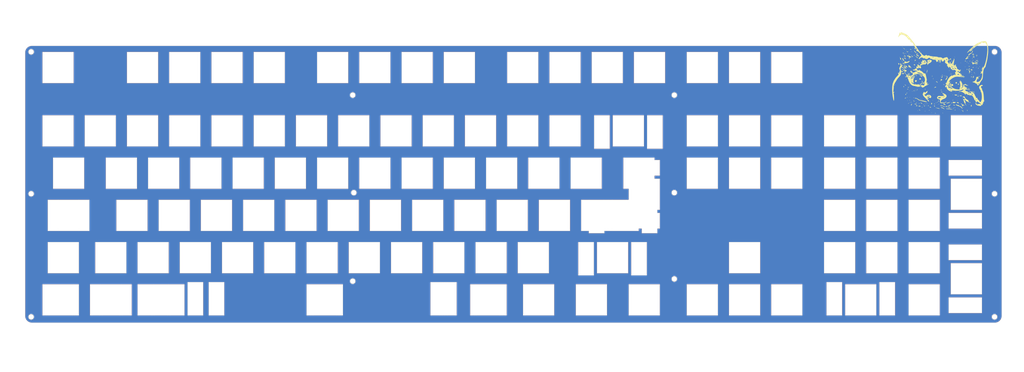
<source format=kicad_pcb>
(kicad_pcb (version 20221018) (generator pcbnew)
  (title_block (date "2021-06-16"))
  (layers (0 "F.Cu" signal) (31 "B.Cu" signal) (34 "B.Paste" user) (35 "F.Paste" user) (36 "B.SilkS" user "B.Silkscreen") (37 "F.SilkS" user "F.Silkscreen") (38 "B.Mask" user) (39 "F.Mask" user) (44 "Edge.Cuts" user))
  (net 0 "")
  (net 1 "GND")
  (footprint "logo:logo" (layer "F.Cu") (at 445 63)
    (fp_text reference "G***" hide)
    (fp_text value "LOGO" hide)
  )
  (gr_circle (center 35 54) (end 36.2 54) (stroke (width 0.2)) (fill none) (layer "Edge.Cuts"))
  (gr_line (start 308.91375 133.658) (end 310.35175 133.658) (stroke (width 0.1)) (layer "Edge.Cuts"))
  (gr_line (start 90.12625 172.845) (end 96.9825 172.845) (stroke (width 0.1)) (layer "Edge.Cuts"))
  (gr_arc (start 469.6 51.3) (mid 471.72132 52.17868) (end 472.6 54.3) (stroke (width 0.1)) (layer "Edge.Cuts"))
  (gr_line (start 182.995 115.695) (end 196.995 115.695) (stroke (width 0.1)) (layer "Edge.Cuts"))
  (gr_line (start 66.31375 158.845) (end 61.55125 158.845) (stroke (width 0.1)) (layer "Edge.Cuts"))
  (gr_line (start 168.42 82.645) (end 154.42 82.645) (stroke (width 0.1)) (layer "Edge.Cuts"))
  (gr_line (start 463.695 82.645) (end 449.695 82.645) (stroke (width 0.1)) (layer "Edge.Cuts"))
  (gr_line (start 82.9825 139.795) (end 82.9825 153.795) (stroke (width 0.1)) (layer "Edge.Cuts"))
  (gr_line (start 349.6825 68.07) (end 363.6825 68.07) (stroke (width 0.1)) (layer "Edge.Cuts"))
  (gr_line (start 430.645 172.845) (end 444.645 172.845) (stroke (width 0.1)) (layer "Edge.Cuts"))
  (gr_line (start 115.06375 172.845) (end 122.06375 172.845) (stroke (width 0.1)) (layer "Edge.Cuts"))
  (gr_line (start 235.3825 172.845) (end 247.00125 172.845) (stroke (width 0.1)) (layer "Edge.Cuts"))
  (gr_line (start 101.745 115.695) (end 101.745 101.695) (stroke (width 0.1)) (layer "Edge.Cuts"))
  (gr_line (start 233.00125 158.845) (end 233.00125 172.845) (stroke (width 0.1)) (layer "Edge.Cuts"))
  (gr_line (start 44.8825 115.695) (end 58.8825 115.695) (stroke (width 0.1)) (layer "Edge.Cuts"))
  (gr_line (start 448.695 133.658) (end 463.695 133.658) (stroke (width 0.1)) (layer "Edge.Cuts"))
  (gr_line (start 330.6325 96.645) (end 344.6325 96.645) (stroke (width 0.1)) (layer "Edge.Cuts"))
  (gr_line (start 182.995 54.07) (end 182.995 68.07) (stroke (width 0.1)) (layer "Edge.Cuts"))
  (gr_line (start 97.27 68.07) (end 111.27 68.07) (stroke (width 0.1)) (layer "Edge.Cuts"))
  (gr_line (start 463.695 96.645) (end 463.695 82.645) (stroke (width 0.1)) (layer "Edge.Cuts"))
  (gr_line (start 277.9575 120.745) (end 263.9575 120.745) (stroke (width 0.1)) (layer "Edge.Cuts"))
  (gr_line (start 92.22 54.07) (end 78.22 54.07) (stroke (width 0.1)) (layer "Edge.Cuts"))
  (gr_line (start 425.595 134.745) (end 425.595 120.745) (stroke (width 0.1)) (layer "Edge.Cuts"))
  (gr_line (start 290.15125 153.795) (end 304.15125 153.795) (stroke (width 0.1)) (layer "Edge.Cuts"))
  (gr_line (start 256.81375 158.845) (end 256.81375 172.845) (stroke (width 0.1)) (layer "Edge.Cuts"))
  (gr_circle (center 325 73.5) (end 326.2 73.5) (stroke (width 0.2)) (fill none) (layer "Edge.Cuts"))
  (gr_line (start 159.1825 158.845) (end 159.1825 172.845) (stroke (width 0.1)) (layer "Edge.Cuts"))
  (gr_line (start 301.77 68.07) (end 301.77 54.07) (stroke (width 0.1)) (layer "Edge.Cuts"))
  (gr_line (start 35.3 176.1) (end 469.6 176.1) (stroke (width 0.1)) (layer "Edge.Cuts"))
  (gr_line (start 68.695 115.695) (end 82.695 115.695) (stroke (width 0.1)) (layer "Edge.Cuts"))
  (gr_circle (center 35 118) (end 36.2 118) (stroke (width 0.2)) (fill none) (layer "Edge.Cuts"))
  (gr_line (start 311.295 96.645) (end 311.295 82.645) (stroke (width 0.1)) (layer "Edge.Cuts"))
  (gr_line (start 197.2825 153.795) (end 211.2825 153.795) (stroke (width 0.1)) (layer "Edge.Cuts"))
  (gr_line (start 235.095 101.695) (end 221.095 101.695) (stroke (width 0.1)) (layer "Edge.Cuts"))
  (gr_line (start 173.1825 172.845) (end 175.56375 172.845) (stroke (width 0.1)) (layer "Edge.Cuts"))
  (gr_line (start 258.9075 134.745) (end 258.9075 120.745) (stroke (width 0.1)) (layer "Edge.Cuts"))
  (gr_line (start 192.52 82.645) (end 192.52 96.645) (stroke (width 0.1)) (layer "Edge.Cuts"))
  (gr_line (start 392.545 115.695) (end 406.545 115.695) (stroke (width 0.1)) (layer "Edge.Cuts"))
  (gr_line (start 278.245 101.695) (end 278.245 115.695) (stroke (width 0.1)) (layer "Edge.Cuts"))
  (gr_line (start 220.8075 120.745) (end 206.8075 120.745) (stroke (width 0.1)) (layer "Edge.Cuts"))
  (gr_line (start 318.43875 126.658) (end 317.35175 126.658) (stroke (width 0.1)) (layer "Edge.Cuts"))
  (gr_line (start 54.12 82.645) (end 40.12 82.645) (stroke (width 0.1)) (layer "Edge.Cuts"))
  (gr_line (start 286.47575 134.745) (end 286.47575 135.745) (stroke (width 0.1)) (layer "Edge.Cuts"))
  (gr_line (start 40.12 54.07) (end 40.12 68.07) (stroke (width 0.1)) (layer "Edge.Cuts"))
  (gr_line (start 249.67 82.645) (end 249.67 96.645) (stroke (width 0.1)) (layer "Edge.Cuts"))
  (gr_line (start 144.895 101.695) (end 144.895 115.695) (stroke (width 0.1)) (layer "Edge.Cuts"))
  (gr_line (start 178.2325 139.795) (end 178.2325 153.795) (stroke (width 0.1)) (layer "Edge.Cuts"))
  (gr_line (start 463.695 171.758) (end 463.695 164.758) (stroke (width 0.1)) (layer "Edge.Cuts"))
  (gr_line (start 87.745 101.695) (end 87.745 115.695) (stroke (width 0.1)) (layer "Edge.Cuts"))
  (gr_line (start 330.6325 54.07) (end 330.6325 68.07) (stroke (width 0.1)) (layer "Edge.Cuts"))
  (gr_line (start 92.5075 134.745) (end 106.5075 134.745) (stroke (width 0.1)) (layer "Edge.Cuts"))
  (gr_arc (start 32.3 54.3) (mid 33.17868 52.17868) (end 35.3 51.3) (stroke (width 0.1)) (layer "Edge.Cuts"))
  (gr_line (start 249.3825 172.845) (end 249.3825 158.845) (stroke (width 0.1)) (layer "Edge.Cuts"))
  (gr_line (start 308.91375 134.745) (end 308.91375 133.658) (stroke (width 0.1)) (layer "Edge.Cuts"))
  (gr_line (start 382.7325 172.845) (end 382.7325 158.845) (stroke (width 0.1)) (layer "Edge.Cuts"))
  (gr_line (start 154.1325 139.795) (end 140.1325 139.795) (stroke (width 0.1)) (layer "Edge.Cuts"))
  (gr_line (start 47.26375 120.745) (end 42.50125 120.745) (stroke (width 0.1)) (layer "Edge.Cuts"))
  (gr_line (start 444.645 96.645) (end 444.645 82.645) (stroke (width 0.1)) (layer "Edge.Cuts"))
  (gr_line (start 247.00125 158.845) (end 235.3825 158.845) (stroke (width 0.1)) (layer "Edge.Cuts"))
  (gr_line (start 449.695 82.645) (end 449.695 96.645) (stroke (width 0.1)) (layer "Edge.Cuts"))
  (gr_line (start 96.9825 172.845) (end 104.12625 172.845) (stroke (width 0.1)) (layer "Edge.Cuts"))
  (gr_line (start 173.1825 139.795) (end 159.1825 139.795) (stroke (width 0.1)) (layer "Edge.Cuts"))
  (gr_line (start 286.47575 120.745) (end 283.0075 120.745) (stroke (width 0.1)) (layer "Edge.Cuts"))
  (gr_line (start 115.06375 157.845) (end 115.06375 172.845) (stroke (width 0.1)) (layer "Edge.Cuts"))
  (gr_line (start 206.52 82.645) (end 192.52 82.645) (stroke (width 0.1)) (layer "Edge.Cuts"))
  (gr_line (start 59.17 96.645) (end 73.17 96.645) (stroke (width 0.1)) (layer "Edge.Cuts"))
  (gr_circle (center 469.4 173.5) (end 470.6 173.5) (stroke (width 0.2)) (fill none) (layer "Edge.Cuts"))
  (gr_line (start 304.15125 153.795) (end 304.15125 139.795) (stroke (width 0.1)) (layer "Edge.Cuts"))
  (gr_line (start 392.545 82.645) (end 392.545 96.645) (stroke (width 0.1)) (layer "Edge.Cuts"))
  (gr_line (start 344.6325 101.695) (end 330.6325 101.695) (stroke (width 0.1)) (layer "Edge.Cuts"))
  (gr_circle (center 180.5 117.5) (end 181.7 117.5) (stroke (width 0.2)) (fill none) (layer "Edge.Cuts"))
  (gr_line (start 154.1325 153.795) (end 154.1325 139.795) (stroke (width 0.1)) (layer "Edge.Cuts"))
  (gr_line (start 78.22 82.645) (end 78.22 96.645) (stroke (width 0.1)) (layer "Edge.Cuts"))
  (gr_line (start 390.39696 51.3) (end 399.80304 51.3) (stroke (width 0.1)) (layer "Edge.Cuts"))
  (gr_line (start 230.3325 139.795) (end 216.3325 139.795) (stroke (width 0.1)) (layer "Edge.Cuts"))
  (gr_line (start 226.8325 157.845) (end 222.06375 157.845) (stroke (width 0.1)) (layer "Edge.Cuts"))
  (gr_line (start 42.50125 172.845) (end 54.12 172.845) (stroke (width 0.1)) (layer "Edge.Cuts"))
  (gr_line (start 96.9825 139.795) (end 82.9825 139.795) (stroke (width 0.1)) (layer "Edge.Cuts"))
  (gr_line (start 73.17 96.645) (end 73.17 82.645) (stroke (width 0.1)) (layer "Edge.Cuts"))
  (gr_line (start 254.145 101.695) (end 240.145 101.695) (stroke (width 0.1)) (layer "Edge.Cuts"))
  (gr_line (start 116.0325 139.795) (end 102.0325 139.795) (stroke (width 0.1)) (layer "Edge.Cuts"))
  (gr_line (start 288.71325 139.795) (end 281.71325 139.795) (stroke (width 0.1)) (layer "Edge.Cuts"))
  (gr_line (start 382.7325 115.695) (end 382.7325 101.695) (stroke (width 0.1)) (layer "Edge.Cuts"))
  (gr_line (start 430.645 153.795) (end 444.645 153.795) (stroke (width 0.1)) (layer "Edge.Cuts"))
  (gr_circle (center 35 173.5) (end 36.2 173.5) (stroke (width 0.2)) (fill none) (layer "Edge.Cuts"))
  (gr_line (start 139.845 115.695) (end 139.845 101.695) (stroke (width 0.1)) (layer "Edge.Cuts"))
  (gr_line (start 463.695 133.658) (end 463.695 126.658) (stroke (width 0.1)) (layer "Edge.Cuts"))
  (gr_line (start 411.595 153.795) (end 425.595 153.795) (stroke (width 0.1)) (layer "Edge.Cuts"))
  (gr_line (start 448.695 109.782) (end 463.695 109.782) (stroke (width 0.1)) (layer "Edge.Cuts"))
  (gr_line (start 158.895 101.695) (end 144.895 101.695) (stroke (width 0.1)) (layer "Edge.Cuts"))
  (gr_line (start 254.145 115.695) (end 254.145 101.695) (stroke (width 0.1)) (layer "Edge.Cuts"))
  (gr_line (start 448.695 171.758) (end 463.695 171.758) (stroke (width 0.1)) (layer "Edge.Cuts"))
  (gr_line (start 411.595 82.645) (end 411.595 96.645) (stroke (width 0.1)) (layer "Edge.Cuts"))
  (gr_line (start 368.7325 54.07) (end 368.7325 68.07) (stroke (width 0.1)) (layer "Edge.Cuts"))
  (gr_line (start 144.6075 120.745) (end 130.6075 120.745) (stroke (width 0.1)) (layer "Edge.Cuts"))
  (gr_line (start 116.32 68.07) (end 130.32 68.07) (stroke (width 0.1)) (layer "Edge.Cuts"))
  (gr_line (start 317.35175 125.22) (end 318.43875 125.22) (stroke (width 0.1)) (layer "Edge.Cuts"))
  (gr_line (start 120.795 101.695) (end 106.795 101.695) (stroke (width 0.1)) (layer "Edge.Cuts"))
  (gr_line (start 406.545 96.645) (end 406.545 82.645) (stroke (width 0.1)) (layer "Edge.Cuts"))
  (gr_line (start 472.6 173.1) (end 472.6 54.3) (stroke (width 0.1)) (layer "Edge.Cuts"))
  (gr_line (start 206.8075 120.745) (end 206.8075 134.745) (stroke (width 0.1)) (layer "Edge.Cuts"))
  (gr_line (start 304.43875 158.845) (end 304.43875 172.845) (stroke (width 0.1)) (layer "Edge.Cuts"))
  (gr_line (start 116.32 96.645) (end 130.32 96.645) (stroke (width 0.1)) (layer "Edge.Cuts"))
  (gr_line (start 196.995 115.695) (end 196.995 101.695) (stroke (width 0.1)) (layer "Edge.Cuts"))
  (gr_line (start 287.77 54.07) (end 287.77 68.07) (stroke (width 0.1)) (layer "Edge.Cuts"))
  (gr_line (start 406.545 153.795) (end 406.545 139.795) (stroke (width 0.1)) (layer "Edge.Cuts"))
  (gr_line (start 197.2825 139.795) (end 197.2825 153.795) (stroke (width 0.1)) (layer "Edge.Cuts"))
  (gr_line (start 56.50125 172.845) (end 56.50125 158.845) (stroke (width 0.1)) (layer "Edge.Cuts"))
  (gr_line (start 411.595 115.695) (end 425.595 115.695) (stroke (width 0.1)) (layer "Edge.Cuts"))
  (gr_line (start 406.545 101.695) (end 392.545 101.695) (stroke (width 0.1)) (layer "Edge.Cuts"))
  (gr_line (start 290.15125 139.795) (end 290.15125 153.795) (stroke (width 0.1)) (layer "Edge.Cuts"))
  (gr_line (start 40.12 68.07) (end 54.12 68.07) (stroke (width 0.1)) (layer "Edge.Cuts"))
  (gr_line (start 182.7075 120.745) (end 168.7075 120.745) (stroke (width 0.1)) (layer "Edge.Cuts"))
  (gr_line (start 268.4325 139.795) (end 254.4325 139.795) (stroke (width 0.1)) (layer "Edge.Cuts"))
  (gr_line (start 159.1825 172.845) (end 161.56375 172.845) (stroke (width 0.1)) (layer "Edge.Cuts"))
  (gr_line (start 54.12 68.07) (end 54.12 54.07) (stroke (width 0.1)) (layer "Edge.Cuts"))
  (gr_line (start 44.8825 101.695) (end 44.8825 115.695) (stroke (width 0.1)) (layer "Edge.Cuts"))
  (gr_line (start 112.5325 172.845) (end 112.5325 157.845) (stroke (width 0.1)) (layer "Edge.Cuts"))
  (gr_line (start 282.72 82.645) (end 268.72 82.645) (stroke (width 0.1)) (layer "Edge.Cuts"))
  (gr_line (start 61.55125 172.845) (end 66.31375 172.845) (stroke (width 0.1)) (layer "Edge.Cuts"))
  (gr_line (start 249.67 54.07) (end 249.67 68.07) (stroke (width 0.1)) (layer "Edge.Cuts"))
  (gr_circle (center 180 73.5) (end 181.2 73.5) (stroke (width 0.2)) (fill none) (layer "Edge.Cuts"))
  (gr_line (start 368.7325 115.695) (end 382.7325 115.695) (stroke (width 0.1)) (layer "Edge.Cuts"))
  (gr_line (start 47.26375 134.745) (end 56.50125 134.745) (stroke (width 0.1)) (layer "Edge.Cuts"))
  (gr_arc (start 472.6 173.1) (mid 471.72132 175.22132) (end 469.6 176.1) (stroke (width 0.1)) (layer "Edge.Cuts"))
  (gr_line (start 135.37 54.07) (end 135.37 68.07) (stroke (width 0.1)) (layer "Edge.Cuts"))
  (gr_line (start 449.695 125.22) (end 463.695 125.22) (stroke (width 0.1)) (layer "Edge.Cuts"))
  (gr_line (start 82.9825 153.795) (end 96.9825 153.795) (stroke (width 0.1)) (layer "Edge.Cuts"))
  (gr_line (start 90.12625 158.845) (end 82.9825 158.845) (stroke (width 0.1)) (layer "Edge.Cuts"))
  (gr_line (start 235.3825 158.845) (end 233.00125 158.845) (stroke (width 0.1)) (layer "Edge.Cuts"))
  (gr_line (start 406.545 120.745) (end 392.545 120.745) (stroke (width 0.1)) (layer "Edge.Cuts"))
  (gr_line (start 293.47575 135.745) (end 293.47575 134.745) (stroke (width 0.1)) (layer "Edge.Cuts"))
  (gr_line (start 54.12 158.845) (end 42.50125 158.845) (stroke (width 0.1)) (layer "Edge.Cuts"))
  (gr_line (start 273.195 115.695) (end 273.195 101.695) (stroke (width 0.1)) (layer "Edge.Cuts"))
  (gr_line (start 463.695 111.22) (end 449.695 111.22) (stroke (width 0.1)) (layer "Edge.Cuts"))
  (gr_line (start 116.32 54.07) (end 116.32 68.07) (stroke (width 0.1)) (layer "Edge.Cuts"))
  (gr_line (start 294.62625 158.845) (end 280.62625 158.845) (stroke (width 0.1)) (layer "Edge.Cuts"))
  (gr_line (start 310.35175 135.745) (end 317.35175 135.745) (stroke (width 0.1)) (layer "Edge.Cuts"))
  (gr_circle (center 325 117.5) (end 326.2 117.5) (stroke (width 0.2)) (fill none) (layer "Edge.Cuts"))
  (gr_line (start 230.62 96.645) (end 244.62 96.645) (stroke (width 0.1)) (layer "Edge.Cuts"))
  (gr_line (start 363.6825 115.695) (end 363.6825 101.695) (stroke (width 0.1)) (layer "Edge.Cuts"))
  (gr_line (start 263.9575 120.745) (end 263.9575 134.745) (stroke (width 0.1)) (layer "Edge.Cuts"))
  (gr_line (start 382.7325 96.645) (end 382.7325 82.645) (stroke (width 0.1)) (layer "Edge.Cuts"))
  (gr_line (start 68.695 101.695) (end 68.695 115.695) (stroke (width 0.1)) (layer "Edge.Cuts"))
  (gr_line (start 92.5075 120.745) (end 92.5075 134.745) (stroke (width 0.1)) (layer "Edge.Cuts"))
  (gr_line (start 211.57 96.645) (end 225.57 96.645) (stroke (width 0.1)) (layer "Edge.Cuts"))
  (gr_line (start 316.0575 109.782) (end 318.43875 109.782) (stroke (width 0.1)) (layer "Edge.Cuts"))
  (gr_line (start 182.995 68.07) (end 196.995 68.07) (stroke (width 0.1)) (layer "Edge.Cuts"))
  (gr_line (start 406.545 115.695) (end 406.545 101.695) (stroke (width 0.1)) (layer "Edge.Cuts"))
  (gr_line (start 225.57 82.645) (end 211.57 82.645) (stroke (width 0.1)) (layer "Edge.Cuts"))
  (gr_line (start 430.645 115.695) (end 444.645 115.695) (stroke (width 0.1)) (layer "Edge.Cuts"))
  (gr_line (start 106.5075 134.745) (end 106.5075 120.745) (stroke (width 0.1)) (layer "Edge.Cuts"))
  (gr_line (start 54.12 54.07) (end 40.12 54.07) (stroke (width 0.1)) (layer "Edge.Cuts"))
  (gr_line (start 416.07 158.845) (end 402.07 158.845) (stroke (width 0.1)) (layer "Edge.Cuts"))
  (gr_line (start 54.12 96.645) (end 54.12 82.645) (stroke (width 0.1)) (layer "Edge.Cuts"))
  (gr_line (start 330.6325 68.07) (end 344.6325 68.07) (stroke (width 0.1)) (layer "Edge.Cuts"))
  (gr_line (start 320.82 54.07) (end 306.82 54.07) (stroke (width 0.1)) (layer "Edge.Cuts"))
  (gr_line (start 149.37 96.645) (end 149.37 82.645) (stroke (width 0.1)) (layer "Edge.Cuts"))
  (gr_line (start 363.6825 153.795) (end 363.6825 139.795) (stroke (width 0.1)) (layer "Edge.Cuts"))
  (gr_line (start 215.06375 172.845) (end 219.8325 172.845) (stroke (width 0.1)) (layer "Edge.Cuts"))
  (gr_line (start 316.0575 101.695) (end 302.0575 101.695) (stroke (width 0.1)) (layer "Edge.Cuts"))
  (gr_line (start 66.31375 172.845) (end 75.55125 172.845) (stroke (width 0.1)) (layer "Edge.Cuts"))
  (gr_line (start 294.91375 120.745) (end 293.47575 120.745) (stroke (width 0.1)) (layer "Edge.Cuts"))
  (gr_line (start 463.695 125.22) (end 463.695 111.22) (stroke (width 0.1)) (layer "Edge.Cuts"))
  (gr_line (start 206.8075 134.745) (end 220.8075 134.745) (stroke (width 0.1)) (layer "Edge.Cuts"))
  (gr_line (start 368.7325 82.645) (end 368.7325 96.645) (stroke (width 0.1)) (layer "Edge.Cuts"))
  (gr_line (start 58.8825 101.695) (end 44.8825 101.695) (stroke (width 0.1)) (layer "Edge.Cuts"))
  (gr_line (start 102.0325 153.795) (end 116.0325 153.795) (stroke (width 0.1)) (layer "Edge.Cuts"))
  (gr_line (start 349.6825 153.795) (end 363.6825 153.795) (stroke (width 0.1)) (layer "Edge.Cuts"))
  (gr_line (start 270.81375 158.845) (end 256.81375 158.845) (stroke (width 0.1)) (layer "Edge.Cuts"))
  (gr_line (start 430.645 96.645) (end 444.645 96.645) (stroke (width 0.1)) (layer "Edge.Cuts"))
  (gr_line (start 444.645 101.695) (end 430.645 101.695) (stroke (width 0.1)) (layer "Edge.Cuts"))
  (gr_line (start 444.645 158.845) (end 430.645 158.845) (stroke (width 0.1)) (layer "Edge.Cuts"))
  (gr_line (start 392.545 153.795) (end 406.545 153.795) (stroke (width 0.1)) (layer "Edge.Cuts"))
  (gr_line (start 368.7325 96.645) (end 382.7325 96.645) (stroke (width 0.1)) (layer "Edge.Cuts"))
  (gr_line (start 363.6825 101.695) (end 349.6825 101.695) (stroke (width 0.1)) (layer "Edge.Cuts"))
  (gr_line (start 239.8575 134.745) (end 239.8575 120.745) (stroke (width 0.1)) (layer "Edge.Cuts"))
  (gr_line (start 182.995 101.695) (end 182.995 115.695) (stroke (width 0.1)) (layer "Edge.Cuts"))
  (gr_line (start 178.2325 153.795) (end 192.2325 153.795) (stroke (width 0.1)) (layer "Edge.Cuts"))
  (gr_line (start 87.745 115.695) (end 101.745 115.695) (stroke (width 0.1)) (layer "Edge.Cuts"))
  (gr_line (start 402.07 172.845) (end 416.07 172.845) (stroke (width 0.1)) (layer "Edge.Cuts"))
  (gr_line (start 42.50125 153.795) (end 56.50125 153.795) (stroke (width 0.1)) (layer "Edge.Cuts"))
  (gr_line (start 92.22 68.07) (end 92.22 54.07) (stroke (width 0.1)) (layer "Edge.Cuts"))
  (gr_line (start 449.695 96.645) (end 463.695 96.645) (stroke (width 0.1)) (layer "Edge.Cuts"))
  (gr_line (start 417.508 157.845) (end 417.508 172.845) (stroke (width 0.1)) (layer "Edge.Cuts"))
  (gr_line (start 406.545 139.795) (end 392.545 139.795) (stroke (width 0.1)) (layer "Edge.Cuts"))
  (gr_line (start 211.57 82.645) (end 211.57 96.645) (stroke (width 0.1)) (layer "Edge.Cuts"))
  (gr_line (start 302.0575 115.695) (end 304.43875 115.695) (stroke (width 0.1)) (layer "Edge.Cuts"))
  (gr_line (start 240.145 101.695) (end 240.145 115.695) (stroke (width 0.1)) (layer "Edge.Cuts"))
  (gr_line (start 220.8075 134.745) (end 220.8075 120.745) (stroke (width 0.1)) (layer "Edge.Cuts"))
  (gr_line (start 140.1325 139.795) (end 140.1325 153.795) (stroke (width 0.1)) (layer "Edge.Cuts"))
  (gr_line (start 78.22 96.645) (end 92.22 96.645) (stroke (width 0.1)) (layer "Edge.Cuts"))
  (gr_line (start 201.7575 120.745) (end 187.7575 120.745) (stroke (width 0.1)) (layer "Edge.Cuts"))
  (gr_line (start 268.4325 153.795) (end 268.4325 139.795) (stroke (width 0.1)) (layer "Edge.Cuts"))
  (gr_line (start 319.733 82.645) (end 312.733 82.645) (stroke (width 0.1)) (layer "Edge.Cuts"))
  (gr_line (start 368.7325 158.845) (end 368.7325 172.845) (stroke (width 0.1)) (layer "Edge.Cuts"))
  (gr_line (start 175.56375 172.845) (end 175.56375 158.845) (stroke (width 0.1)) (layer "Edge.Cuts"))
  (gr_line (start 177.945 115.695) (end 177.945 101.695) (stroke (width 0.1)) (layer "Edge.Cuts"))
  (gr_line (start 263.67 96.645) (end 263.67 82.645) (stroke (width 0.1)) (layer "Edge.Cuts"))
  (gr_line (start 122.06375 172.845) (end 122.06375 157.845) (stroke (width 0.1)) (layer "Edge.Cuts"))
  (gr_line (start 448.695 140.882) (end 448.695 147.882) (stroke (width 0.1)) (layer "Edge.Cuts"))
  (gr_line (start 297.0075 134.745) (end 308.91375 134.745) (stroke (width 0.1)) (layer "Edge.Cuts"))
  (gr_line (start 430.645 134.745) (end 444.645 134.745) (stroke (width 0.1)) (layer "Edge.Cuts"))
  (gr_line (start 425.595 120.745) (end 411.595 120.745) (stroke (width 0.1)) (layer "Edge.Cuts"))
  (gr_line (start 344.6325 96.645) (end 344.6325 82.645) (stroke (width 0.1)) (layer "Edge.Cuts"))
  (gr_line (start 344.6325 158.845) (end 330.6325 158.845) (stroke (width 0.1)) (layer "Edge.Cuts"))
  (gr_line (start 216.045 68.07) (end 216.045 54.07) (stroke (width 0.1)) (layer "Edge.Cuts"))
  (gr_line (start 130.32 96.645) (end 130.32 82.645) (stroke (width 0.1)) (layer "Edge.Cuts"))
  (gr_line (start 318.43875 109.782) (end 318.43875 102.782) (stroke (width 0.1)) (layer "Edge.Cuts"))
  (gr_line (start 135.0825 153.795) (end 135.0825 139.795) (stroke (width 0.1)) (layer "Edge.Cuts"))
  (gr_line (start 392.545 139.795) (end 392.545 153.795) (stroke (width 0.1)) (layer "Edge.Cuts"))
  (gr_line (start 430.645 101.695) (end 430.645 115.695) (stroke (width 0.1)) (layer "Edge.Cuts"))
  (gr_line (start 349.6825 82.645) (end 349.6825 96.645) (stroke (width 0.1)) (layer "Edge.Cuts"))
  (gr_line (start 444.645 120.745) (end 430.645 120.745) (stroke (width 0.1)) (layer "Edge.Cuts"))
  (gr_line (start 382.7325 54.07) (end 368.7325 54.07) (stroke (width 0.1)) (layer "Edge.Cuts"))
  (gr_line (start 411.595 101.695) (end 411.595 115.695) (stroke (width 0.1)) (layer "Edge.Cuts"))
  (gr_line (start 293.47575 120.745) (end 286.47575 120.745) (stroke (width 0.1)) (layer "Edge.Cuts"))
  (gr_line (start 318.43875 102.782) (end 316.0575 102.782) (stroke (width 0.1)) (layer "Edge.Cuts"))
  (gr_line (start 295.857 97.645) (end 295.857 82.645) (stroke (width 0.1)) (layer "Edge.Cuts"))
  (gr_line (start 463.695 163.32) (end 463.695 149.32) (stroke (width 0.1)) (layer "Edge.Cuts"))
  (gr_line (start 392.545 96.645) (end 406.545 96.645) (stroke (width 0.1)) (layer "Edge.Cuts"))
  (gr_line (start 417.508 172.845) (end 424.508 172.845) (stroke (width 0.1)) (layer "Edge.Cuts"))
  (gr_line (start 349.6825 172.845) (end 363.6825 172.845) (stroke (width 0.1)) (layer "Edge.Cuts"))
  (gr_line (start 304.15125 139.795) (end 290.15125 139.795) (stroke (width 0.1)) (layer "Edge.Cuts"))
  (gr_line (start 311.295 82.645) (end 297.295 82.645) (stroke (width 0.1)) (layer "Edge.Cuts"))
  (gr_line (start 173.1825 158.845) (end 161.56375 158.845) (stroke (width 0.1)) (layer "Edge.Cuts"))
  (gr_line (start 254.4325 153.795) (end 268.4325 153.795) (stroke (width 0.1)) (layer "Edge.Cuts"))
  (gr_line (start 402.07 158.845) (end 402.07 172.845) (stroke (width 0.1)) (layer "Edge.Cuts"))
  (gr_line (start 111.27 82.645) (end 97.27 82.645) (stroke (width 0.1)) (layer "Edge.Cuts"))
  (gr_line (start 463.695 109.782) (end 463.695 102.782) (stroke (width 0.1)) (layer "Edge.Cuts"))
  (gr_line (start 444.645 115.695) (end 444.645 101.695) (stroke (width 0.1)) (layer "Edge.Cuts"))
  (gr_line (start 288.857 97.645) (end 295.857 97.645) (stroke (width 0.1)) (layer "Edge.Cuts"))
  (gr_line (start 305.58925 139.795) (end 305.58925 154.795) (stroke (width 0.1)) (layer "Edge.Cuts"))
  (gr_line (start 416.07 172.845) (end 416.07 158.845) (stroke (width 0.1)) (layer "Edge.Cuts"))
  (gr_line (start 106.5075 120.745) (end 92.5075 120.745) (stroke (width 0.1)) (layer "Edge.Cuts"))
  (gr_line (start 82.695 101.695) (end 68.695 101.695) (stroke (width 0.1)) (layer "Edge.Cuts"))
  (gr_line (start 196.995 101.695) (end 182.995 101.695) (stroke (width 0.1)) (layer "Edge.Cuts"))
  (gr_line (start 344.6325 82.645) (end 330.6325 82.645) (stroke (width 0.1)) (layer "Edge.Cuts"))
  (gr_line (start 216.3325 153.795) (end 230.3325 153.795) (stroke (width 0.1)) (layer "Edge.Cuts"))
  (gr_line (start 382.7325 158.845) (end 368.7325 158.845) (stroke (width 0.1)) (layer "Edge.Cuts"))
  (gr_line (start 61.26375 120.745) (end 56.50125 120.745) (stroke (width 0.1)) (layer "Edge.Cuts"))
  (gr_line (start 344.6325 172.845) (end 344.6325 158.845) (stroke (width 0.1)) (layer "Edge.Cuts"))
  (gr_line (start 168.7075 120.745) (end 168.7075 134.745) (stroke (width 0.1)) (layer "Edge.Cuts"))
  (gr_line (start 292.245 101.695) (end 278.245 101.695) (stroke (width 0.1)) (layer "Edge.Cuts"))
  (gr_line (start 316.0575 111.22) (end 316.0575 109.782) (stroke (width 0.1)) (layer "Edge.Cuts"))
  (gr_line (start 56.50125 134.745) (end 61.26375 134.745) (stroke (width 0.1)) (layer "Edge.Cuts"))
  (gr_line (start 288.857 82.645) (end 288.857 97.645) (stroke (width 0.1)) (layer "Edge.Cuts"))
  (gr_line (start 104.12625 172.845) (end 104.12625 158.845) (stroke (width 0.1)) (layer "Edge.Cuts"))
  (gr_line (start 318.43875 133.658) (end 318.43875 126.658) (stroke (width 0.1)) (layer "Edge.Cuts"))
  (gr_line (start 154.42 96.645) (end 168.42 96.645) (stroke (width 0.1)) (layer "Edge.Cuts"))
  (gr_line (start 463.695 126.658) (end 448.695 126.658) (stroke (width 0.1)) (layer "Edge.Cuts"))
  (gr_line (start 282.72 68.07) (end 282.72 54.07) (stroke (width 0.1)) (layer "Edge.Cuts"))
  (gr_line (start 78.22 68.07) (end 92.22 68.07) (stroke (width 0.1)) (layer "Edge.Cuts"))
  (gr_line (start 187.7575 134.745) (end 201.7575 134.745) (stroke (width 0.1)) (layer "Edge.Cuts"))
  (gr_line (start 304.43875 172.845) (end 318.43875 172.845) (stroke (width 0.1)) (layer "Edge.Cuts"))
  (gr_line (start 230.3325 153.795) (end 230.3325 139.795) (stroke (width 0.1)) (layer "Edge.Cuts"))
  (gr_line (start 425.595 139.795) (end 411.595 139.795) (stroke (width 0.1)) (layer "Edge.Cuts"))
  (gr_line (start 116.32 82.645) (end 116.32 96.645) (stroke (width 0.1)) (layer "Edge.Cuts"))
  (gr_line (start 125.845 115.695) (end 139.845 115.695) (stroke (width 0.1)) (layer "Edge.Cuts"))
  (gr_line (start 406.545 82.645) (end 392.545 82.645) (stroke (width 0.1)) (layer "Edge.Cuts"))
  (gr_line (start 135.37 82.645) (end 135.37 96.645) (stroke (width 0.1)) (layer "Edge.Cuts"))
  (gr_line (start 312.58925 154.795) (end 312.58925 139.795) (stroke (width 0.1)) (layer "Edge.Cuts"))
  (gr_line (start 382.7325 101.695) (end 368.7325 101.695) (stroke (width 0.1)) (layer "Edge.Cuts"))
  (gr_line (start 411.595 139.795) (end 411.595 153.795) (stroke (width 0.1)) (layer "Edge.Cuts"))
  (gr_line (start 424.508 157.845) (end 417.508 157.845) (stroke (width 0.1)) (layer "Edge.Cuts"))
  (gr_line (start 63.9325 139.795) (end 63.9325 153.795) (stroke (width 0.1)) (layer "Edge.Cuts"))
  (gr_line (start 258.9075 120.745) (end 244.9075 120.745) (stroke (width 0.1)) (layer "Edge.Cuts"))
  (gr_line (start 393.632 172.845) (end 400.632 172.845) (stroke (width 0.1)) (layer "Edge.Cuts"))
  (gr_line (start 425.595 101.695) (end 411.595 101.695) (stroke (width 0.1)) (layer "Edge.Cuts"))
  (gr_line (start 75.55125 172.845) (end 80.31375 172.845) (stroke (width 0.1)) (layer "Edge.Cuts"))
  (gr_line (start 273.195 101.695) (end 259.195 101.695) (stroke (width 0.1)) (layer "Edge.Cuts"))
  (gr_line (start 249.3825 153.795) (end 249.3825 139.795) (stroke (width 0.1)) (layer "Edge.Cuts"))
  (gr_line (start 87.4575 134.745) (end 87.4575 120.745) (stroke (width 0.1)) (layer "Edge.Cuts"))
  (gr_line (start 349.6825 115.695) (end 363.6825 115.695) (stroke (width 0.1)) (layer "Edge.Cuts"))
  (gr_line (start 280.62625 158.845) (end 280.62625 172.845) (stroke (width 0.1)) (layer "Edge.Cuts"))
  (gr_line (start 221.095 54.07) (end 221.095 68.07) (stroke (width 0.1)) (layer "Edge.Cuts"))
  (gr_line (start 40.12 82.645) (end 40.12 96.645) (stroke (width 0.1)) (layer "Edge.Cuts"))
  (gr_line (start 282.72 54.07) (end 268.72 54.07) (stroke (width 0.1)) (layer "Edge.Cuts"))
  (gr_line (start 270.81375 172.845) (end 270.81375 158.845) (stroke (width 0.1)) (layer "Edge.Cuts"))
  (gr_line (start 363.6825 54.07) (end 349.6825 54.07) (stroke (width 0.1)) (layer "Edge.Cuts"))
  (gr_line (start 411.595 134.745) (end 425.595 134.745) (stroke (width 0.1)) (layer "Edge.Cuts"))
  (gr_line (start 259.195 101.695) (end 259.195 115.695) (stroke (width 0.1)) (layer "Edge.Cuts"))
  (gr_line (start 349.6825 54.07) (end 349.6825 68.07) (stroke (width 0.1)) (layer "Edge.Cuts"))
  (gr_line (start 56.50125 120.745) (end 47.26375 120.745) (stroke (width 0.1)) (layer "Edge.Cuts"))
  (gr_line (start 349.6825 139.795) (end 349.6825 153.795) (stroke (width 0.1)) (layer "Edge.Cuts"))
  (gr_line (start 106.795 101.695) (end 106.795 115.695) (stroke (width 0.1)) (layer "Edge.Cuts"))
  (gr_line (start 449.695 111.22) (end 449.695 125.22) (stroke (width 0.1)) (layer "Edge.Cuts"))
  (gr_line (start 281.71325 154.795) (end 288.71325 154.795) (stroke (width 0.1)) (layer "Edge.Cuts"))
  (gr_line (start 75.55125 158.845) (end 66.31375 158.845) (stroke (width 0.1)) (layer "Edge.Cuts"))
  (gr_line (start 216.045 54.07) (end 202.045 54.07) (stroke (width 0.1)) (layer "Edge.Cuts"))
  (gr_line (start 144.895 115.695) (end 158.895 115.695) (stroke (width 0.1)) (layer "Edge.Cuts"))
  (gr_line (start 344.6325 54.07) (end 330.6325 54.07) (stroke (width 0.1)) (layer "Edge.Cuts"))
  (gr_line (start 449.695 149.32) (end 449.695 163.32) (stroke (width 0.1)) (layer "Edge.Cuts"))
  (gr_line (start 149.6575 120.745) (end 149.6575 134.745) (stroke (width 0.1)) (layer "Edge.Cuts"))
  (gr_line (start 221.095 101.695) (end 221.095 115.695) (stroke (width 0.1)) (layer "Edge.Cuts"))
  (gr_line (start 149.6575 134.745) (end 163.6575 134.745) (stroke (width 0.1)) (layer "Edge.Cuts"))
  (gr_line (start 175.56375 158.845) (end 173.1825 158.845) (stroke (width 0.1)) (layer "Edge.Cuts"))
  (gr_line (start 382.7325 82.645) (end 368.7325 82.645) (stroke (width 0.1)) (layer "Edge.Cuts"))
  (gr_line (start 87.4575 120.745) (end 73.4575 120.745) (stroke (width 0.1)) (layer "Edge.Cuts"))
  (gr_line (start 363.6825 96.645) (end 363.6825 82.645) (stroke (width 0.1)) (layer "Edge.Cuts"))
  (gr_line (start 363.6825 68.07) (end 363.6825 54.07) (stroke (width 0.1)) (layer "Edge.Cuts"))
  (gr_line (start 225.8575 134.745) (end 239.8575 134.745) (stroke (width 0.1)) (layer "Edge.Cuts"))
  (gr_line (start 249.67 68.07) (end 263.67 68.07) (stroke (width 0.1)) (layer "Edge.Cuts"))
  (gr_line (start 235.095 54.07) (end 221.095 54.07) (stroke (width 0.1)) (layer "Edge.Cuts"))
  (gr_line (start 312.58925 139.795) (end 305.58925 139.795) (stroke (width 0.1)) (layer "Edge.Cuts"))
  (gr_line (start 306.82 54.07) (end 306.82 68.07) (stroke (width 0.1)) (layer "Edge.Cuts"))
  (gr_line (start 82.695 115.695) (end 82.695 101.695) (stroke (width 0.1)) (layer "Edge.Cuts"))
  (gr_line (start 312.733 97.645) (end 319.733 97.645) (stroke (width 0.1)) (layer "Edge.Cuts"))
  (gr_circle (center 180 157.4) (end 181.2 157.4) (stroke (width 0.2)) (fill none) (layer "Edge.Cuts"))
  (gr_line (start 390.39696 51.3) (end 35.3 51.3) (stroke (width 0.1)) (layer "Edge.Cuts"))
  (gr_line (start 463.695 102.782) (end 448.695 102.782) (stroke (width 0.1)) (layer "Edge.Cuts"))
  (gr_line (start 249.67 96.645) (end 263.67 96.645) (stroke (width 0.1)) (layer "Edge.Cuts"))
  (gr_line (start 111.27 54.07) (end 97.27 54.07) (stroke (width 0.1)) (layer "Edge.Cuts"))
  (gr_line (start 80.31375 158.845) (end 75.55125 158.845) (stroke (width 0.1)) (layer "Edge.Cuts"))
  (gr_line (start 463.695 147.882) (end 463.695 140.882) (stroke (width 0.1)) (layer "Edge.Cuts"))
  (gr_line (start 163.6575 120.745) (end 149.6575 120.745) (stroke (width 0.1)) (layer "Edge.Cuts"))
  (gr_line (start 111.27 68.07) (end 111.27 54.07) (stroke (width 0.1)) (layer "Edge.Cuts"))
  (gr_line (start 101.745 101.695) (end 87.745 101.695) (stroke (width 0.1)) (layer "Edge.Cuts"))
  (gr_line (start 159.1825 153.795) (end 173.1825 153.795) (stroke (width 0.1)) (layer "Edge.Cuts"))
  (gr_line (start 42.50125 139.795) (end 42.50125 153.795) (stroke (width 0.1)) (layer "Edge.Cuts"))
  (gr_line (start 368.7325 68.07) (end 382.7325 68.07) (stroke (width 0.1)) (layer "Edge.Cuts"))
  (gr_line (start 97.27 54.07) (end 97.27 68.07) (stroke (width 0.1)) (layer "Edge.Cuts"))
  (gr_line (start 363.6825 172.845) (end 363.6825 158.845) (stroke (width 0.1)) (layer "Edge.Cuts"))
  (gr_line (start 295.857 82.645) (end 288.857 82.645) (stroke (width 0.1)) (layer "Edge.Cuts"))
  (gr_line (start 344.6325 115.695) (end 344.6325 101.695) (stroke (width 0.1)) (layer "Edge.Cuts"))
  (gr_line (start 97.27 96.645) (end 111.27 96.645) (stroke (width 0.1)) (layer "Edge.Cuts"))
  (gr_line (start 400.632 157.845) (end 393.632 157.845) (stroke (width 0.1)) (layer "Edge.Cuts"))
  (gr_line (start 120.795 115.695) (end 120.795 101.695) (stroke (width 0.1)) (layer "Edge.Cuts"))
  (gr_line (start 202.045 68.07) (end 216.045 68.07) (stroke (width 0.1)) (layer "Edge.Cuts"))
  (gr_line (start 297.295 82.645) (end 297.295 96.645) (stroke (width 0.1)) (layer "Edge.Cuts"))
  (gr_line (start 239.8575 120.745) (end 225.8575 120.745) (stroke (width 0.1)) (layer "Edge.Cuts"))
  (gr_line (start 448.695 164.758) (end 448.695 171.758) (stroke (width 0.1)) (layer "Edge.Cuts"))
  (gr_line (start 448.695 126.658) (end 448.695 133.658) (stroke (width 0.1)) (layer "Edge.Cuts"))
  (gr_line (start 202.045 101.695) (end 202.045 115.695) (stroke (width 0.1)) (layer "Edge.Cuts"))
  (gr_line (start 448.695 147.882) (end 463.695 147.882) (stroke (width 0.1)) (layer "Edge.Cuts"))
  (gr_line (start 286.47575 135.745) (end 293.47575 135.745) (stroke (width 0.1)) (layer "Edge.Cuts"))
  (gr_line (start 225.8575 120.745) (end 225.8575 134.745) (stroke (width 0.1)) (layer "Edge.Cuts"))
  (gr_line (start 161.56375 172.845) (end 173.1825 172.845) (stroke (width 0.1)) (layer "Edge.Cuts"))
  (gr_line (start 425.595 82.645) (end 411.595 82.645) (stroke (width 0.1)) (layer "Edge.Cuts"))
  (gr_line (start 316.0575 102.782) (end 316.0575 101.695) (stroke (width 0.1)) (layer "Edge.Cuts"))
  (gr_line (start 287.77 68.07) (end 301.77 68.07) (stroke (width 0.1)) (layer "Edge.Cuts"))
  (gr_line (start 196.995 68.07) (end 196.995 54.07) (stroke (width 0.1)) (layer "Edge.Cuts"))
  (gr_line (start 293.47575 134.745) (end 294.91375 134.745) (stroke (width 0.1)) (layer "Edge.Cuts"))
  (gr_line (start 254.4325 139.795) (end 254.4325 153.795) (stroke (width 0.1)) (layer "Edge.Cuts"))
  (gr_line (start 363.6825 158.845) (end 349.6825 158.845) (stroke (width 0.1)) (layer "Edge.Cuts"))
  (gr_line (start 280.62625 172.845) (end 294.62625 172.845) (stroke (width 0.1)) (layer "Edge.Cuts"))
  (gr_line (start 187.47 82.645) (end 173.47 82.645) (stroke (width 0.1)) (layer "Edge.Cuts"))
  (gr_line (start 448.695 102.782) (end 448.695 109.782) (stroke (width 0.1)) (layer "Edge.Cuts"))
  (gr_line (start 230.62 82.645) (end 230.62 96.645) (stroke (width 0.1)) (layer "Edge.Cuts"))
  (gr_line (start 92.22 82.645) (end 78.22 82.645) (stroke (width 0.1)) (layer "Edge.Cuts"))
  (gr_line (start 211.2825 153.795) (end 211.2825 139.795) (stroke (width 0.1)) (layer "Edge.Cuts"))
  (gr_line (start 400.632 172.845) (end 400.632 157.845) (stroke (width 0.1)) (layer "Edge.Cuts"))
  (gr_line (start 249.3825 158.845) (end 247.00125 158.845) (stroke (width 0.1)) (layer "Edge.Cuts"))
  (gr_line (start 247.00125 172.845) (end 249.3825 172.845) (stroke (width 0.1)) (layer "Edge.Cuts"))
  (gr_line (start 154.42 82.645) (end 154.42 96.645) (stroke (width 0.1)) (layer "Edge.Cuts"))
  (gr_line (start 430.645 139.795) (end 430.645 153.795) (stroke (width 0.1)) (layer "Edge.Cuts"))
  (gr_line (start 42.50125 120.745) (end 42.50125 134.745) (stroke (width 0.1)) (layer "Edge.Cuts"))
  (gr_line (start 215.06375 157.845) (end 215.06375 172.845) (stroke (width 0.1)) (layer "Edge.Cuts"))
  (gr_line (start 78.22 54.07) (end 78.22 68.07) (stroke (width 0.1)) (layer "Edge.Cuts"))
  (gr_line (start 283.0075 120.745) (end 283.0075 134.745) (stroke (width 0.1)) (layer "Edge.Cuts"))
  (gr_line (start 263.67 82.645) (end 249.67 82.645) (stroke (width 0.1)) (layer "Edge.Cuts"))
  (gr_line (start 363.6825 139.795) (end 349.6825 139.795) (stroke (width 0.1)) (layer "Edge.Cuts"))
  (gr_line (start 463.695 164.758) (end 448.695 164.758) (stroke (width 0.1)) (layer "Edge.Cuts"))
  (gr_line (start 317.35175 126.658) (end 317.35175 125.22) (stroke (width 0.1)) (layer "Edge.Cuts"))
  (gr_line (start 349.6825 96.645) (end 363.6825 96.645) (stroke (width 0.1)) (layer "Edge.Cuts"))
  (gr_line (start 263.67 54.07) (end 249.67 54.07) (stroke (width 0.1)) (layer "Edge.Cuts"))
  (gr_line (start 130.6075 120.745) (end 130.6075 134.745) (stroke (width 0.1)) (layer "Edge.Cuts"))
  (gr_line (start 97.27 82.645) (end 97.27 96.645) (stroke (width 0.1)) (layer "Edge.Cuts"))
  (gr_line (start 320.82 68.07) (end 320.82 54.07) (stroke (width 0.1)) (layer "Edge.Cuts"))
  (gr_line (start 96.9825 153.795) (end 96.9825 139.795) (stroke (width 0.1)) (layer "Edge.Cuts"))
  (gr_line (start 130.32 82.645) (end 116.32 82.645) (stroke (width 0.1)) (layer "Edge.Cuts"))
  (gr_line (start 73.17 82.645) (end 59.17 82.645) (stroke (width 0.1)) (layer "Edge.Cuts"))
  (gr_line (start 59.17 82.645) (end 59.17 96.645) (stroke (width 0.1)) (layer "Edge.Cuts"))
  (gr_line (start 330.6325 101.695) (end 330.6325 115.695) (stroke (width 0.1)) (layer "Edge.Cuts"))
  (gr_line (start 159.1825 139.795) (end 159.1825 153.795) (stroke (width 0.1)) (layer "Edge.Cuts"))
  (gr_line (start 196.995 54.07) (end 182.995 54.07) (stroke (width 0.1)) (layer "Edge.Cuts"))
  (gr_line (start 163.945 54.07) (end 163.945 68.07) (stroke (width 0.1)) (layer "Edge.Cuts"))
  (gr_line (start 40.12 96.645) (end 54.12 96.645) (stroke (width 0.1)) (layer "Edge.Cuts"))
  (gr_line (start 221.095 68.07) (end 235.095 68.07) (stroke (width 0.1)) (layer "Edge.Cuts"))
  (gr_line (start 302.0575 101.695) (end 302.0575 115.695) (stroke (width 0.1)) (layer "Edge.Cuts"))
  (gr_line (start 56.50125 139.795) (end 42.50125 139.795) (stroke (width 0.1)) (layer "Edge.Cuts"))
  (gr_line (start 125.5575 120.745) (end 111.5575 120.745) (stroke (width 0.1)) (layer "Edge.Cuts"))
  (gr_line (start 225.57 96.645) (end 225.57 82.645) (stroke (width 0.1)) (layer "Edge.Cuts"))
  (gr_line (start 130.6075 134.745) (end 144.6075 134.745) (stroke (width 0.1)) (layer "Edge.Cuts"))
  (gr_line (start 219.8325 172.845) (end 222.06375 172.845) (stroke (width 0.1)) (layer "Edge.Cuts"))
  (gr_line (start 449.695 163.32) (end 463.695 163.32) (stroke (width 0.1)) (layer "Edge.Cuts"))
  (gr_line (start 135.0825 139.795) (end 121.0825 139.795) (stroke (width 0.1)) (layer "Edge.Cuts"))
  (gr_line (start 173.47 96.645) (end 187.47 96.645) (stroke (width 0.1)) (layer "Edge.Cuts"))
  (gr_line (start 244.62 82.645) (end 230.62 82.645) (stroke (width 0.1)) (layer "Edge.Cuts"))
  (gr_line (start 61.26375 134.745) (end 61.26375 120.745) (stroke (width 0.1)) (layer "Edge.Cuts"))
  (gr_line (start 104.12625 158.845) (end 96.9825 158.845) (stroke (width 0.1)) (layer "Edge.Cuts"))
  (gr_line (start 161.56375 158.845) (end 159.1825 158.845) (stroke (width 0.1)) (layer "Edge.Cuts"))
  (gr_line (start 56.50125 153.795) (end 56.50125 139.795) (stroke (width 0.1)) (layer "Edge.Cuts"))
  (gr_line (start 283.0075 134.745) (end 286.47575 134.745) (stroke (width 0.1)) (layer "Edge.Cuts"))
  (gr_line (start 444.645 82.645) (end 430.645 82.645) (stroke (width 0.1)) (layer "Edge.Cuts"))
  (gr_line (start 121.0825 153.795) (end 135.0825 153.795) (stroke (width 0.1)) (layer "Edge.Cuts"))
  (gr_line (start 319.733 97.645) (end 319.733 82.645) (stroke (width 0.1)) (layer "Edge.Cuts"))
  (gr_line (start 182.7075 134.745) (end 182.7075 120.745) (stroke (width 0.1)) (layer "Edge.Cuts"))
  (gr_line (start 135.37 96.645) (end 149.37 96.645) (stroke (width 0.1)) (layer "Edge.Cuts"))
  (gr_line (start 317.35175 135.745) (end 317.35175 133.658) (stroke (width 0.1)) (layer "Edge.Cuts"))
  (gr_line (start 268.72 68.07) (end 282.72 68.07) (stroke (width 0.1)) (layer "Edge.Cuts"))
  (gr_line (start 121.0825 139.795) (end 121.0825 153.795) (stroke (width 0.1)) (layer "Edge.Cuts"))
  (gr_line (start 425.595 96.645) (end 425.595 82.645) (stroke (width 0.1)) (layer "Edge.Cuts"))
  (gr_line (start 318.43875 158.845) (end 304.43875 158.845) (stroke (width 0.1)) (layer "Edge.Cuts"))
  (gr_line (start 235.095 68.07) (end 235.095 54.07) (stroke (width 0.1)) (layer "Edge.Cuts"))
  (gr_line (start 139.845 101.695) (end 125.845 101.695) (stroke (width 0.1)) (layer "Edge.Cuts"))
  (gr_line (start 135.37 68.07) (end 149.37 68.07) (stroke (width 0.1)) (layer "Edge.Cuts"))
  (gr_line (start 292.245 115.695) (end 292.245 101.695) (stroke (width 0.1)) (layer "Edge.Cuts"))
  (gr_line (start 363.6825 82.645) (end 349.6825 82.645) (stroke (width 0.1)) (layer "Edge.Cuts"))
  (gr_line (start 40.12 158.845) (end 40.12 172.845) (stroke (width 0.1)) (layer "Edge.Cuts"))
  (gr_line (start 163.945 68.07) (end 177.945 68.07) (stroke (width 0.1)) (layer "Edge.Cuts"))
  (gr_line (start 73.4575 120.745) (end 73.4575 134.745) (stroke (width 0.1)) (layer "Edge.Cuts"))
  (gr_line (start 173.47 82.645) (end 173.47 96.645) (stroke (width 0.1)) (layer "Edge.Cuts"))
  (gr_line (start 77.9325 153.795) (end 77.9325 139.795) (stroke (width 0.1)) (layer "Edge.Cuts"))
  (gr_line (start 149.37 82.645) (end 135.37 82.645) (stroke (width 0.1)) (layer "Edge.Cuts"))
  (gr_line (start 105.5325 172.845) (end 112.5325 172.845) (stroke (width 0.1)) (layer "Edge.Cuts"))
  (gr_line (start 222.06375 157.845) (end 219.8325 157.845) (stroke (width 0.1)) (layer "Edge.Cuts"))
  (gr_line (start 130.32 68.07) (end 130.32 54.07) (stroke (width 0.1)) (layer "Edge.Cuts"))
  (gr_line (start 430.645 120.745) (end 430.645 134.745) (stroke (width 0.1)) (layer "Edge.Cuts"))
  (gr_line (start 235.3825 153.795) (end 249.3825 153.795) (stroke (width 0.1)) (layer "Edge.Cuts"))
  (gr_line (start 256.81375 172.845) (end 270.81375 172.845) (stroke (width 0.1)) (layer "Edge.Cuts"))
  (gr_line (start 211.2825 139.795) (end 197.2825 139.795) (stroke (width 0.1)) (layer "Edge.Cuts"))
  (gr_line (start 168.42 96.645) (end 168.42 82.645) (stroke (width 0.1)) (layer "Edge.Cuts"))
  (gr_line (start 406.545 134.745) (end 406.545 120.745) (stroke (width 0.1)) (layer "Edge.Cuts"))
  (gr_line (start 163.945 115.695) (end 177.945 115.695) (stroke (width 0.1)) (layer "Edge.Cuts"))
  (gr_line (start 216.3325 139.795) (end 216.3325 153.795) (stroke (width 0.1)) (layer "Edge.Cuts"))
  (gr_line (start 192.2325 139.795) (end 178.2325 139.795) (stroke (width 0.1)) (layer "Edge.Cuts"))
  (gr_line (start 192.52 96.645) (end 206.52 96.645) (stroke (width 0.1)) (layer "Edge.Cuts"))
  (gr_line (start 222.06375 172.845) (end 226.8325 172.845) (stroke (width 0.1)) (layer "Edge.Cuts"))
  (gr_line (start 177.945 68.07) (end 177.945 54.07) (stroke (width 0.1)) (layer "Edge.Cuts"))
  (gr_line (start 301.77 54.07) (end 287.77 54.07) (stroke (width 0.1)) (layer "Edge.Cuts"))
  (gr_line (start 56.50125 158.845) (end 54.12 158.845) (stroke (width 0.1)) (layer "Edge.Cuts"))
  (gr_line (start 318.43875 111.22) (end 316.0575 111.22) (stroke (width 0.1)) (layer "Edge.Cuts"))
  (gr_line (start 149.37 68.07) (end 149.37 54.07) (stroke (width 0.1)) (layer "Edge.Cuts"))
  (gr_line (start 235.3825 139.795) (end 235.3825 153.795) (stroke (width 0.1)) (layer "Edge.Cuts"))
  (gr_line (start 42.50125 158.845) (end 40.12 158.845) (stroke (width 0.1)) (layer "Edge.Cuts"))
  (gr_line (start 32.3 54.3) (end 32.3 173.1) (stroke (width 0.1)) (layer "Edge.Cuts"))
  (gr_line (start 349.6825 101.695) (end 349.6825 115.695) (stroke (width 0.1)) (layer "Edge.Cuts"))
  (gr_line (start 149.37 54.07) (end 135.37 54.07) (stroke (width 0.1)) (layer "Edge.Cuts"))
  (gr_line (start 330.6325 172.845) (end 344.6325 172.845) (stroke (width 0.1)) (layer "Edge.Cuts"))
  (gr_line (start 244.9075 120.745) (end 244.9075 134.745) (stroke (width 0.1)) (layer "Edge.Cuts"))
  (gr_line (start 469.6 51.3) (end 399.80304 51.3) (stroke (width 0.1)) (layer "Edge.Cuts"))
  (gr_line (start 411.595 96.645) (end 425.595 96.645) (stroke (width 0.1)) (layer "Edge.Cuts"))
  (gr_line (start 392.545 120.745) (end 392.545 134.745) (stroke (width 0.1)) (layer "Edge.Cuts"))
  (gr_line (start 330.6325 158.845) (end 330.6325 172.845) (stroke (width 0.1)) (layer "Edge.Cuts"))
  (gr_line (start 105.5325 157.845) (end 105.5325 172.845) (stroke (width 0.1)) (layer "Edge.Cuts"))
  (gr_circle (center 469.4 54) (end 470.6 54) (stroke (width 0.2)) (fill none) (layer "Edge.Cuts"))
  (gr_line (start 304.43875 120.745) (end 297.0075 120.745) (stroke (width 0.1)) (layer "Edge.Cuts"))
  (gr_line (start 125.5575 134.745) (end 125.5575 120.745) (stroke (width 0.1)) (layer "Edge.Cuts"))
  (gr_line (start 201.7575 134.745) (end 201.7575 120.745) (stroke (width 0.1)) (layer "Edge.Cuts"))
  (gr_line (start 368.7325 101.695) (end 368.7325 115.695) (stroke (width 0.1)) (layer "Edge.Cuts"))
  (gr_line (start 392.545 101.695) (end 392.545 115.695) (stroke (width 0.1)) (layer "Edge.Cuts"))
  (gr_line (start 268.72 82.645) (end 268.72 96.645) (stroke (width 0.1)) (layer "Edge.Cuts"))
  (gr_line (start 463.695 140.882) (end 448.695 140.882) (stroke (width 0.1)) (layer "Edge.Cuts"))
  (gr_line (start 382.7325 68.07) (end 382.7325 54.07) (stroke (width 0.1)) (layer "Edge.Cuts"))
  (gr_line (start 206.52 96.645) (end 206.52 82.645) (stroke (width 0.1)) (layer "Edge.Cuts"))
  (gr_line (start 58.8825 115.695) (end 58.8825 101.695) (stroke (width 0.1)) (layer "Edge.Cuts"))
  (gr_line (start 240.145 115.695) (end 254.145 115.695) (stroke (width 0.1)) (layer "Edge.Cuts"))
  (gr_line (start 216.045 101.695) (end 202.045 101.695) (stroke (width 0.1)) (layer "Edge.Cuts"))
  (gr_line (start 444.645 134.745) (end 444.645 120.745) (stroke (width 0.1)) (layer "Edge.Cuts"))
  (gr_line (start 92.22 96.645) (end 92.22 82.645) (stroke (width 0.1)) (layer "Edge.Cuts"))
  (gr_line (start 125.845 101.695) (end 125.845 115.695) (stroke (width 0.1)) (layer "Edge.Cuts"))
  (gr_line (start 297.295 96.645) (end 311.295 96.645) (stroke (width 0.1)) (layer "Edge.Cuts"))
  (gr_line (start 96.9825 158.845) (end 90.12625 158.845) (stroke (width 0.1)) (layer "Edge.Cuts"))
  (gr_line (start 130.32 54.07) (end 116.32 54.07) (stroke (width 0.1)) (layer "Edge.Cuts"))
  (gr_line (start 82.9825 158.845) (end 82.9825 172.845) (stroke (width 0.1)) (layer "Edge.Cuts"))
  (gr_line (start 219.8325 157.845) (end 215.06375 157.845) (stroke (width 0.1)) (layer "Edge.Cuts"))
  (gr_line (start 192.2325 153.795) (end 192.2325 139.795) (stroke (width 0.1)) (layer "Edge.Cuts"))
  (gr_line (start 463.695 149.32) (end 449.695 149.32) (stroke (width 0.1)) (layer "Edge.Cuts"))
  (gr_circle (center 325 156.4) (end 326.2 156.4) (stroke (width 0.2)) (fill none) (layer "Edge.Cuts"))
  (gr_line (start 63.9325 153.795) (end 77.9325 153.795) (stroke (width 0.1)) (layer "Edge.Cuts"))
  (gr_line (start 61.55125 158.845) (end 61.55125 172.845) (stroke (width 0.1)) (layer "Edge.Cuts"))
  (gr_line (start 111.27 96.645) (end 111.27 82.645) (stroke (width 0.1)) (layer "Edge.Cuts"))
  (gr_line (start 263.9575 134.745) (end 277.9575 134.745) (stroke (width 0.1)) (layer "Edge.Cuts"))
  (gr_line (start 80.31375 172.845) (end 80.31375 158.845) (stroke (width 0.1)) (layer "Edge.Cuts"))
  (gr_line (start 235.095 115.695) (end 235.095 101.695) (stroke (width 0.1)) (layer "Edge.Cuts"))
  (gr_line (start 294.91375 134.745) (end 297.0075 134.745) (stroke (width 0.1)) (layer "Edge.Cuts"))
  (gr_line (start 187.7575 120.745) (end 187.7575 134.745) (stroke (width 0.1)) (layer "Edge.Cuts"))
  (gr_line (start 425.595 153.795) (end 425.595 139.795) (stroke (width 0.1)) (layer "Edge.Cuts"))
  (gr_arc (start 35.3 176.1) (mid 33.17868 175.22132) (end 32.3 173.1) (stroke (width 0.1)) (layer "Edge.Cuts"))
  (gr_line (start 411.595 120.745) (end 411.595 134.745) (stroke (width 0.1)) (layer "Edge.Cuts"))
  (gr_line (start 82.9825 172.845) (end 90.12625 172.845) (stroke (width 0.1)) (layer "Edge.Cuts"))
  (gr_line (start 330.6325 115.695) (end 344.6325 115.695) (stroke (width 0.1)) (layer "Edge.Cuts"))
  (gr_line (start 158.895 115.695) (end 158.895 101.695) (stroke (width 0.1)) (layer "Edge.Cuts"))
  (gr_line (start 317.35175 133.658) (end 318.43875 133.658) (stroke (width 0.1)) (layer "Edge.Cuts"))
  (gr_line (start 344.6325 68.07) (end 344.6325 54.07) (stroke (width 0.1)) (layer "Edge.Cuts"))
  (gr_line (start 111.5575 134.745) (end 125.5575 134.745) (stroke (width 0.1)) (layer "Edge.Cuts"))
  (gr_line (start 144.6075 134.745) (end 144.6075 120.745) (stroke (width 0.1)) (layer "Edge.Cuts"))
  (gr_line (start 444.645 153.795) (end 444.645 139.795) (stroke (width 0.1)) (layer "Edge.Cuts"))
  (gr_line (start 168.7075 134.745) (end 182.7075 134.745) (stroke (width 0.1)) (layer "Edge.Cuts"))
  (gr_line (start 312.733 82.645) (end 312.733 97.645) (stroke (width 0.1)) (layer "Edge.Cuts"))
  (gr_line (start 173.1825 153.795) (end 173.1825 139.795) (stroke (width 0.1)) (layer "Edge.Cuts"))
  (gr_line (start 305.58925 154.795) (end 312.58925 154.795) (stroke (width 0.1)) (layer "Edge.Cuts"))
  (gr_line (start 233.00125 172.845) (end 235.3825 172.845) (stroke (width 0.1)) (layer "Edge.Cuts"))
  (gr_line (start 294.62625 172.845) (end 294.62625 158.845) (stroke (width 0.1)) (layer "Edge.Cuts"))
  (gr_line (start 268.72 54.07) (end 268.72 68.07) (stroke (width 0.1)) (layer "Edge.Cuts"))
  (gr_line (start 425.595 115.695) (end 425.595 101.695) (stroke (width 0.1)) (layer "Edge.Cuts"))
  (gr_line (start 140.1325 153.795) (end 154.1325 153.795) (stroke (width 0.1)) (layer "Edge.Cuts"))
  (gr_line (start 318.43875 172.845) (end 318.43875 158.845) (stroke (width 0.1)) (layer "Edge.Cuts"))
  (gr_line (start 122.06375 157.845) (end 115.06375 157.845) (stroke (width 0.1)) (layer "Edge.Cuts"))
  (gr_line (start 277.9575 134.745) (end 277.9575 120.745) (stroke (width 0.1)) (layer "Edge.Cuts"))
  (gr_line (start 306.82 68.07) (end 320.82 68.07) (stroke (width 0.1)) (layer "Edge.Cuts"))
  (gr_line (start 244.62 96.645) (end 244.62 82.645) (stroke (width 0.1)) (layer "Edge.Cuts"))
  (gr_line (start 259.195 115.695) (end 273.195 115.695) (stroke (width 0.1)) (layer "Edge.Cuts"))
  (gr_line (start 304.43875 115.695) (end 304.43875 120.745) (stroke (width 0.1)) (layer "Edge.Cuts"))
  (gr_line (start 278.245 115.695) (end 292.245 115.695) (stroke (width 0.1)) (layer "Edge.Cuts"))
  (gr_line (start 249.3825 139.795) (end 235.3825 139.795) (stroke (width 0.1)) (layer "Edge.Cuts"))
  (gr_line (start 163.6575 134.745) (end 163.6575 120.745) (stroke (width 0.1)) (layer "Edge.Cuts"))
  (gr_line (start 281.71325 139.795) (end 281.71325 154.795) (stroke (width 0.1)) (layer "Edge.Cuts"))
  (gr_circle (center 469.4 118) (end 470.6 118) (stroke (width 0.2)) (fill none) (layer "Edge.Cuts"))
  (gr_line (start 226.8325 172.845) (end 226.8325 157.845) (stroke (width 0.1)) (layer "Edge.Cuts"))
  (gr_line (start 244.9075 134.745) (end 258.9075 134.745) (stroke (width 0.1)) (layer "Edge.Cuts"))
  (gr_line (start 424.508 172.845) (end 424.508 157.845) (stroke (width 0.1)) (layer "Edge.Cuts"))
  (gr_line (start 368.7325 172.845) (end 382.7325 172.845) (stroke (width 0.1)) (layer "Edge.Cuts"))
  (gr_line (start 177.945 101.695) (end 163.945 101.695) (stroke (width 0.1)) (layer "Edge.Cuts"))
  (gr_line (start 112.5325 157.845) (end 105.5325 157.845) (stroke (width 0.1)) (layer "Edge.Cuts"))
  (gr_line (start 106.795 115.695) (end 120.795 115.695) (stroke (width 0.1)) (layer "Edge.Cuts"))
  (gr_line (start 116.0325 153.795) (end 116.0325 139.795) (stroke (width 0.1)) (layer "Edge.Cuts"))
  (gr_line (start 310.35175 133.658) (end 310.35175 135.745) (stroke (width 0.1)) (layer "Edge.Cuts"))
  (gr_line (start 73.4575 134.745) (end 87.4575 134.745) (stroke (width 0.1)) (layer "Edge.Cuts"))
  (gr_line (start 163.945 101.695) (end 163.945 115.695) (stroke (width 0.1)) (layer "Edge.Cuts"))
  (gr_line (start 444.645 172.845) (end 444.645 158.845) (stroke (width 0.1)) (layer "Edge.Cuts"))
  (gr_line (start 216.045 115.695) (end 216.045 101.695) (stroke (width 0.1)) (layer "Edge.Cuts"))
  (gr_line (start 297.0075 120.745) (end 294.91375 120.745) (stroke (width 0.1)) (layer "Edge.Cuts"))
  (gr_line (start 318.43875 125.22) (end 318.43875 111.22) (stroke (width 0.1)) (layer "Edge.Cuts"))
  (gr_line (start 263.67 68.07) (end 263.67 54.07) (stroke (width 0.1)) (layer "Edge.Cuts"))
  (gr_line (start 288.71325 154.795) (end 288.71325 139.795) (stroke (width 0.1)) (layer "Edge.Cuts"))
  (gr_line (start 330.6325 82.645) (end 330.6325 96.645) (stroke (width 0.1)) (layer "Edge.Cuts"))
  (gr_line (start 268.72 96.645) (end 282.72 96.645) (stroke (width 0.1)) (layer "Edge.Cuts"))
  (gr_line (start 187.47 96.645) (end 187.47 82.645) (stroke (width 0.1)) (layer "Edge.Cuts"))
  (gr_line (start 42.50125 134.745) (end 47.26375 134.745) (stroke (width 0.1)) (layer "Edge.Cuts"))
  (gr_line (start 282.72 96.645) (end 282.72 82.645) (stroke (width 0.1)) (layer "Edge.Cuts"))
  (gr_line (start 40.12 172.845) (end 42.50125 172.845) (stroke (width 0.1)) (layer "Edge.Cuts"))
  (gr_line (start 393.632 157.845) (end 393.632 172.845) (stroke (width 0.1)) (layer "Edge.Cuts"))
  (gr_line (start 177.945 54.07) (end 163.945 54.07) (stroke (width 0.1)) (layer "Edge.Cuts"))
  (gr_line (start 77.9325 139.795) (end 63.9325 139.795) (stroke (width 0.1)) (layer "Edge.Cuts"))
  (gr_line (start 444.645 139.795) (end 430.645 139.795) (stroke (width 0.1)) (layer "Edge.Cuts"))
  (gr_line (start 102.0325 139.795) (end 102.0325 153.795) (stroke (width 0.1)) (layer "Edge.Cuts"))
  (gr_line (start 54.12 172.845) (end 56.50125 172.845) (stroke (width 0.1)) (layer "Edge.Cuts"))
  (gr_line (start 430.645 82.645) (end 430.645 96.645) (stroke (width 0.1)) (layer "Edge.Cuts"))
  (gr_line (start 430.645 158.845) (end 430.645 172.845) (stroke (width 0.1)) (layer "Edge.Cuts"))
  (gr_line (start 392.545 134.745) (end 406.545 134.745) (stroke (width 0.1)) (layer "Edge.Cuts"))
  (gr_line (start 202.045 54.07) (end 202.045 68.07) (stroke (width 0.1)) (layer "Edge.Cuts"))
  (gr_line (start 202.045 115.695) (end 216.045 115.695) (stroke (width 0.1)) (layer "Edge.Cuts"))
  (gr_line (start 111.5575 120.745) (end 111.5575 134.745) (stroke (width 0.1)) (layer "Edge.Cuts"))
  (gr_line (start 221.095 115.695) (end 235.095 115.695) (stroke (width 0.1)) (layer "Edge.Cuts"))
  (gr_line (start 349.6825 158.845) (end 349.6825 172.845) (stroke (width 0.1)) (layer "Edge.Cuts"))
  (zone (net 1) (net_name "GND") (layers "F&B.Cu") (connect_pads yes (clearance 0.127)) (min_thickness 0.254) (fill yes (thermal_gap 0.508) (thermal_bridge_width 0.508))
    (polygon (pts (xy 482.692439 196.082516) (xy 21.1996 198.27433) (xy 20.951197 32.812865) (xy 482.444036 30.621051)))
  )
)
</source>
